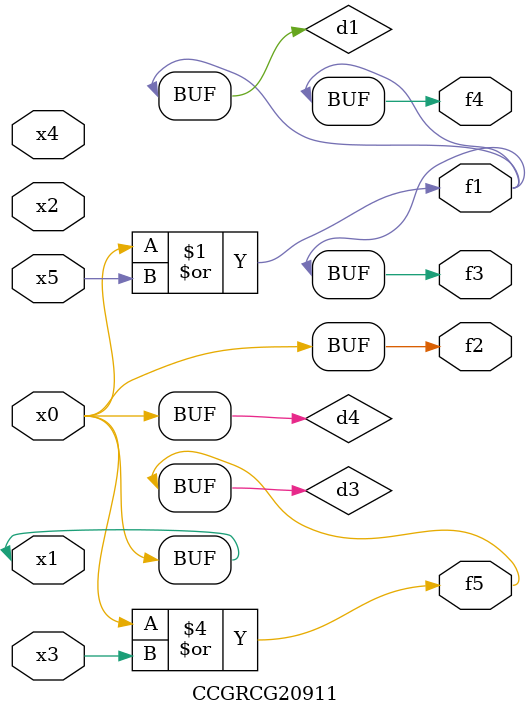
<source format=v>
module CCGRCG20911(
	input x0, x1, x2, x3, x4, x5,
	output f1, f2, f3, f4, f5
);

	wire d1, d2, d3, d4;

	or (d1, x0, x5);
	xnor (d2, x1, x4);
	or (d3, x0, x3);
	buf (d4, x0, x1);
	assign f1 = d1;
	assign f2 = d4;
	assign f3 = d1;
	assign f4 = d1;
	assign f5 = d3;
endmodule

</source>
